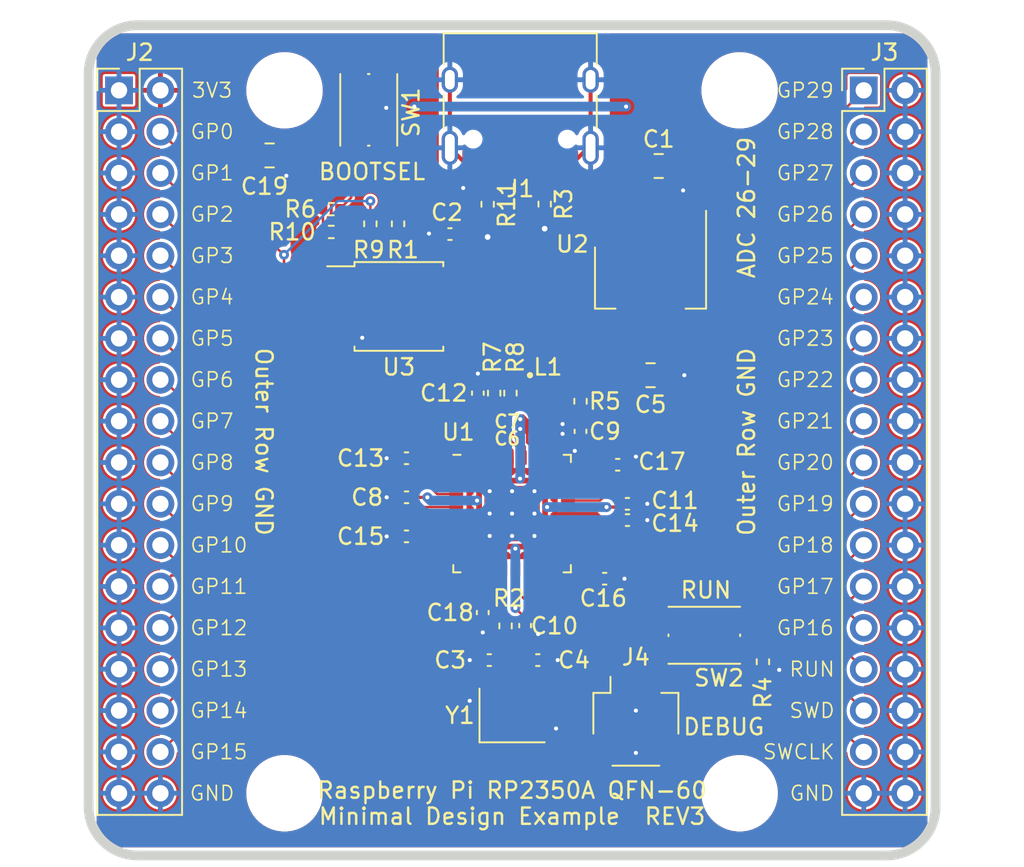
<source format=kicad_pcb>
(kicad_pcb (version 20240108) (generator "pcbnew") (generator_version "8.0")
  (title_block (title "RP2350A QFN-60 Minimal Design Example") (date "2024-07-04") (rev "REV3") (company "Raspberry Pi Ltd"))
  (layers (0 "F.Cu" signal) (31 "B.Cu" signal) (34 "B.Paste" user) (35 "F.Paste" user) (36 "B.SilkS" user "B.Silkscreen") (37 "F.SilkS" user "F.Silkscreen") (38 "B.Mask" user) (39 "F.Mask" user) (44 "Edge.Cuts" user))
  (net 0 "")
  (net 1 "GND")
  (net 2 "VBUS")
  (net 3 "/XIN")
  (net 4 "/XOUT")
  (net 5 "+3V3")
  (net 6 "+1V1")
  (net 7 "/~{USB_BOOT}")
  (net 8 "/GPIO15")
  (net 9 "/GPIO14")
  (net 10 "/GPIO13")
  (net 11 "/GPIO12")
  (net 12 "/GPIO11")
  (net 13 "/GPIO10")
  (net 14 "/GPIO9")
  (net 15 "/GPIO8")
  (net 16 "/GPIO7")
  (net 17 "/GPIO6")
  (net 18 "/GPIO5")
  (net 19 "/GPIO4")
  (net 20 "/GPIO3")
  (net 21 "/GPIO2")
  (net 22 "/GPIO1")
  (net 23 "/GPIO0")
  (net 24 "/GPIO29_ADC3")
  (net 25 "/GPIO28_ADC2")
  (net 26 "/GPIO27_ADC1")
  (net 27 "/GPIO26_ADC0")
  (net 28 "/GPIO25")
  (net 29 "/GPIO24")
  (net 30 "/GPIO23")
  (net 31 "/GPIO22")
  (net 32 "/GPIO21")
  (net 33 "/GPIO20")
  (net 34 "/GPIO19")
  (net 35 "/GPIO18")
  (net 36 "/GPIO17")
  (net 37 "/GPIO16")
  (net 38 "/RUN")
  (net 39 "/SWD")
  (net 40 "/SWCLK")
  (net 41 "/QSPI_SS")
  (net 42 "/QSPI_SD3")
  (net 43 "/QSPI_SCLK")
  (net 44 "/QSPI_SD0")
  (net 45 "/QSPI_SD2")
  (net 46 "/QSPI_SD1")
  (net 47 "/USB_D+")
  (net 48 "/USB_D-")
  (net 49 "Net-(C4-Pad1)")
  (net 50 "/VREG_LX")
  (net 51 "Net-(R4-Pad1)")
  (net 52 "/VREG_AVDD")
  (net 53 "Net-(U1-USB_DP)")
  (net 54 "Net-(U1-USB_DM)")
  (net 55 "/FLASH_SS")
  (net 56 "Net-(J1-CC1)")
  (net 59 "Net-(J1-CC2)")
  (footprint "Capacitor_SMD:C_0805_2012Metric" (layer "F.Cu") (at 108.5 91.5)
    (property "Reference" "C5")
    (property "Value" "10u")
  )
  (footprint "Connector_PinHeader_2.54mm:PinHeader_2x18_P2.54mm_Vertical" (layer "F.Cu") (at 75.87 74)
    (property "Reference" "J2")
    (property "Value" "Conn_02x18_Odd_Even")
  )
  (footprint "Capacitor_SMD:C_0402_1005Metric" (layer "F.Cu") (at 93.515 101.4 180)
    (property "Reference" "C15")
    (property "Value" "100n")
  )
  (footprint "Capacitor_SMD:C_0402_1005Metric" (layer "F.Cu") (at 96.185 82.83 180)
    (property "Reference" "C2")
    (property "Value" "100n")
  )
  (footprint "Resistor_SMD:R_0402_1005Metric" (layer "F.Cu") (at 93 82.2 -90)
    (property "Reference" "R1")
    (property "Value" "DNF")
  )
  (footprint "Connector_PinHeader_2.54mm:PinHeader_2x18_P2.54mm_Vertical" (layer "F.Cu") (at 121.59 74)
    (property "Reference" "J3")
    (property "Value" "Conn_02x18_Odd_Even")
  )
  (footprint "Package_TO_SOT_SMD:SOT-223-3_TabPin2" (layer "F.Cu") (at 108.5 85.5 -90)
    (property "Reference" "U2")
    (property "Value" "NCP1117-3.3_SOT223")
  )
  (footprint "Package_SO:SOIC-8_5.23x5.23mm_P1.27mm" (layer "F.Cu") (at 93.05 87.275)
    (property "Reference" "U3")
    (property "Value" "W25Q128JVS")
  )
  (footprint "Capacitor_SMD:C_0402_1005Metric" (layer "F.Cu") (at 97.9 92.6 90)
    (property "Reference" "C12")
    (property "Value" "100n")
  )
  (footprint "Capacitor_SMD:C_0402_1005Metric" (layer "F.Cu") (at 107.085 100.4)
    (property "Reference" "C14")
    (property "Value" "100n")
  )
  (footprint "Capacitor_SMD:C_0402_1005Metric" (layer "F.Cu") (at 105.685 104)
    (property "Reference" "C16")
    (property "Value" "100n")
  )
  (footprint "Resistor_SMD:R_0402_1005Metric" (layer "F.Cu") (at 98.9 92.6 -90)
    (property "Reference" "R7")
    (property "Value" "27")
  )
  (footprint "Capacitor_SMD:C_0805_2012Metric" (layer "F.Cu") (at 109 78.65)
    (property "Reference" "C1")
    (property "Value" "10u")
  )
  (footprint "Capacitor_SMD:C_0402_1005Metric" (layer "F.Cu") (at 93.515 96.6 180)
    (property "Reference" "C13")
    (property "Value" "100n")
  )
  (footprint "MountingHole:MountingHole_2.7mm_M2.5" (layer "F.Cu") (at 113.97 74)
    (property "Reference" "H2" (hide yes))
    (property "Value" "MountingHole")
  )
  (footprint "Resistor_SMD:R_0402_1005Metric" (layer "F.Cu") (at 99.9 92.6 -90)
    (property "Reference" "R8")
    (property "Value" "27")
  )
  (footprint "MountingHole:MountingHole_2.7mm_M2.5" (layer "F.Cu") (at 113.97 117.18)
    (property "Reference" "H3" (hide yes))
    (property "Value" "MountingHole")
  )
  (footprint "Capacitor_SMD:C_0402_1005Metric" (layer "F.Cu") (at 106.485 97)
    (property "Reference" "C17")
    (property "Value" "100n")
  )
  (footprint "MountingHole:MountingHole_2.7mm_M2.5" (layer "F.Cu") (at 86.03 74)
    (property "Reference" "H1" (hide yes))
    (property "Value" "MountingHole")
  )
  (footprint "MountingHole:MountingHole_2.7mm_M2.5" (layer "F.Cu") (at 86.03 117.18)
    (property "Reference" "H4" (hide yes))
    (property "Value" "MountingHole")
  )
  (footprint "Capacitor_SMD:C_0805_2012Metric" (layer "F.Cu") (at 85.115 78)
    (property "Reference" "C19")
    (property "Value" "10u")
  )
  (footprint "RP2350_60QFN_minimal:C_0402_1005Metric_small_pads" (layer "F.Cu") (at 102 94.45)
    (property "Reference" "C7")
    (property "Value" "4.7u")
  )
  (footprint "RP2350_60QFN_minimal:L_pol_2016" (layer "F.Cu") (at 102 92.8)
    (property "Reference" "L1")
    (property "Value" "3.3u")
  )
  (footprint "Capacitor_SMD:C_0402_1005Metric" (layer "F.Cu") (at 104.2 94.95 -90)
    (property "Reference" "C9")
    (property "Value" "4.7u")
  )
  (footprint "Resistor_SMD:R_0402_1005Metric" (layer "F.Cu") (at 115.4 109.1 -90)
    (property "Reference" "R4")
    (property "Value" "1k")
  )
  (footprint "Resistor_SMD:R_0402_1005Metric" (layer "F.Cu") (at 98.5 81 -90)
    (property "Reference" "R11")
    (property "Value" "5.1K")
  )
  (footprint "Button_Switch_SMD:SW_Push_1P1T_NO_Vertical_Wuerth_434133025816" (layer "F.Cu") (at 91.2 75.2 -90)
    (property "Reference" "SW1")
    (property "Value" "SW_Push")
  )
  (footprint "Connector_JST:JST_SH_SM03B-SRSS-TB_1x03-1MP_P1.00mm_Horizontal" (layer "F.Cu") (at 107.6 112.8)
    (property "Reference" "J4")
    (property "Value" "SM03B-SRSS-TB")
  )
  (footprint "Resistor_SMD:R_0402_1005Metric" (layer "F.Cu") (at 104.2 93.1 -90)
    (property "Reference" "R5")
    (property "Value" "33")
  )
  (footprint "Resistor_SMD:R_0402_1005Metric" (layer "F.Cu") (at 91.3 82.2 -90)
    (property "Reference" "R9")
    (property "Value" "DNF")
  )
  (footprint "Crystal:Crystal_SMD_3225-4Pin_3.2x2.5mm" (layer "F.Cu") (at 100 112.4)
    (property "Reference" "Y1")
    (property "Value" "ABM8-272-T3")
  )
  (footprint "Connector_USB:USB_C_Receptacle_HRO_TYPE-C-31-M-12" (layer "F.Cu") (at 100.5 74.4 180)
    (property "Reference" "J1")
    (property "Value" "USB_C_Receptacle_USB2.0_16P")
  )
  (footprint "Resistor_SMD:R_0402_1005Metric" (layer "F.Cu") (at 99.6 106.9 -90)
    (property "Reference" "R2")
    (property "Value" "1k")
  )
  (footprint "Capacitor_SMD:C_0402_1005Metric" (layer "F.Cu") (at 100.8 106.88 -90)
    (property "Reference" "C10")
    (property "Value" "4.7u")
  )
  (footprint "Resistor_SMD:R_0402_1005Metric" (layer "F.Cu") (at 102 80.99 -90)
    (property "Reference" "R3")
    (property "Value" "5.1K")
  )
  (footprint "Capacitor_SMD:C_0402_1005Metric" (layer "F.Cu") (at 98.6 109 180)
    (property "Reference" "C3")
    (property "Value" "15p")
  )
  (footprint "RP2350_60QFN_minimal:RP2350-QFN-60-1EP_7x7_P0.4mm_EP3.4x3.4mm_ThermalVias" (layer "F.Cu") (at 100 100)
    (property "Reference" "U1")
    (property "Value" "RP2350_60QFN")
  )
  (footprint "Capacitor_SMD:C_0402_1005Metric" (layer "F.Cu") (at 93.52 99 180)
    (property "Reference" "C8")
    (property "Value" "100n")
  )
  (footprint "Resistor_SMD:R_0402_1005Metric" (layer "F.Cu") (at 88.9 82.7)
    (property "Reference" "R10")
    (property "Value" "0")
  )
  (footprint "Resistor_SMD:R_0402_1005Metric" (layer "F.Cu") (at 88.9 81.3)
    (property "Reference" "R6")
    (property "Value" "1k")
  )
  (footprint "Capacitor_SMD:C_0402_1005Metric" (layer "F.Cu") (at 98.2 106.08 -90)
    (property "Reference" "C18")
    (property "Value" "100n")
  )
  (footprint "RP2350_60QFN_minimal:C_0402_1005Metric_small_pads" (layer "F.Cu") (at 102 95.4)
    (property "Reference" "C6")
    (property "Value" "4.7u")
  )
  (footprint "Button_Switch_SMD:SW_Push_1P1T_NO_Vertical_Wuerth_434133025816" (layer "F.Cu") (at 111.8 107.475 180)
    (property "Reference" "SW2")
    (property "Value" "SW_Push")
  )
  (footprint "Capacitor_SMD:C_0402_1005Metric" (layer "F.Cu") (at 107.08 99.4)
    (property "Reference" "C11")
    (property "Value" "100n")
  )
  (footprint "Capacitor_SMD:C_0402_1005Metric" (layer "F.Cu") (at 101.58 109)
    (property "Reference" "C4")
    (property "Value" "15p")
  )
  (gr_line (start 123 121) (end 77 121) (stroke (width 0.6)) (layer "Edge.Cuts"))
  (gr_line (start 126 73) (end 126 118) (stroke (width 0.6)) (layer "Edge.Cuts"))
  (gr_line (start 77 70) (end 123 70) (stroke (width 0.6)) (layer "Edge.Cuts"))
  (gr_line (start 74 118) (end 74 73) (stroke (width 0.6)) (layer "Edge.Cuts"))
  (gr_arc (start 123 70) (mid 125.12132 70.87868) (end 126 73) (stroke (width 0.6)) (layer "Edge.Cuts"))
  (gr_arc (start 74 73) (mid 74.87868 70.87868) (end 77 70) (stroke (width 0.6)) (layer "Edge.Cuts"))
  (gr_arc (start 77 121) (mid 74.87868 120.12132) (end 74 118) (stroke (width 0.6)) (layer "Edge.Cuts"))
  (gr_arc (start 126 118) (mid 125.12132 120.12132) (end 123 121) (stroke (width 0.6)) (layer "Edge.Cuts"))
  (gr_text "GP1" (at 81.585 79.08 0) (layer "F.SilkS") (effects (font (size 0.9 0.9) (thickness 0.1))))
  (gr_text "GP2" (at 81.585 81.62 0) (layer "F.SilkS") (effects (font (size 0.9 0.9) (thickness 0.1))))
  (gr_text "GP3" (at 81.585 84.16 0) (layer "F.SilkS") (effects (font (size 0.9 0.9) (thickness 0.1))))
  (gr_text "GP4" (at 81.585 86.7 0) (layer "F.SilkS") (effects (font (size 0.9 0.9) (thickness 0.1))))
  (gr_text "GP5" (at 81.585 89.24 0) (layer "F.SilkS") (effects (font (size 0.9 0.9) (thickness 0.1))))
  (gr_text "GP6" (at 81.585 91.78 0) (layer "F.SilkS") (effects (font (size 0.9 0.9) (thickness 0.1))))
  (gr_text "GP7" (at 81.585 94.32 0) (layer "F.SilkS") (effects (font (size 0.9 0.9) (thickness 0.1))))
  (gr_text "GP8" (at 81.585 96.86 0) (layer "F.SilkS") (effects (font (size 0.9 0.9) (thickness 0.1))))
  (gr_text "GP9" (at 81.585 99.4 0) (layer "F.SilkS") (effects (font (size 0.9 0.9) (thickness 0.1))))
  (gr_text "GP11" (at 82 104.48 0) (layer "F.SilkS") (effects (font (size 0.9 0.9) (thickness 0.1))))
  (gr_text "GP10" (at 82 101.94 0) (layer "F.SilkS") (effects (font (size 0.9 0.9) (thickness 0.1))))
  (gr_text "GP12" (at 82 107.02 0) (layer "F.SilkS") (effects (font (size 0.9 0.9) (thickness 0.1))))
  (gr_text "GP13" (at 82 109.56 0) (layer "F.SilkS") (effects (font (size 0.9 0.9) (thickness 0.1))))
  (gr_text "GP15" (at 82 114.64 0) (layer "F.SilkS") (effects (font (size 0.9 0.9) (thickness 0.1))))
  (gr_text "GP14" (at 82 112.1 0) (layer "F.SilkS") (effects (font (size 0.9 0.9) (thickness 0.1))))
  (gr_text "GP28" (at 118 76.54 0) (layer "F.SilkS") (effects (font (size 0.9 0.9) (thickness 0.1))))
  (gr_text "GP27" (at 118 79.08 0) (layer "F.SilkS") (effects (font (size 0.9 0.9) (thickness 0.1))))
  (gr_text "GP26" (at 118 81.62 0) (layer "F.SilkS") (effects (font (size 0.9 0.9) (thickness 0.1))))
  (gr_text "GP25" (at 118 84.16 0) (layer "F.SilkS") (effects (font (size 0.9 0.9) (thickness 0.1))))
  (gr_text "GP24" (at 118 86.7 0) (layer "F.SilkS") (effects (font (size 0.9 0.9) (thickness 0.1))))
  (gr_text "GP23" (at 118 89.24 0) (layer "F.SilkS") (effects (font (size 0.9 0.9) (thickness 0.1))))
  (gr_text "GP21" (at 118 94.32 0) (layer "F.SilkS") (effects (font (size 0.9 0.9) (thickness 0.1))))
  (gr_text "GP20" (at 118 96.86 0) (layer "F.SilkS") (effects (font (size 0.9 0.9) (thickness 0.1))))
  (gr_text "GP19" (at 118 99.4 0) (layer "F.SilkS") (effects (font (size 0.9 0.9) (thickness 0.1))))
  (gr_text "GP17" (at 118 104.48 0) (layer "F.SilkS") (effects (font (size 0.9 0.9) (thickness 0.1))))
  (gr_text "GP22" (at 118 91.78 0) (layer "F.SilkS") (effects (font (size 0.9 0.9) (thickness 0.1))))
  (gr_text "GP18" (at 118 101.94 0) (layer "F.SilkS") (effects (font (size 0.9 0.9) (thickness 0.1))))
  (gr_text "SWCLK" (at 117.6 114.64 0) (layer "F.SilkS") (effects (font (size 0.9 0.9) (thickness 0.1))))
  (gr_text "SWD" (at 118.415 112.1 0) (layer "F.SilkS") (effects (font (size 0.9 0.9) (thickness 0.1))))
  (gr_text "GP16" (at 118 107.02 0) (layer "F.SilkS") (effects (font (size 0.9 0.9) (thickness 0.1))))
  (gr_text "RUN" (at 118.415 109.56 0) (layer "F.SilkS") (effects (font (size 0.9 0.9) (thickness 0.1))))
  (gr_text "GND" (at 81.585 117.18 0) (layer "F.SilkS") (effects (font (size 0.9 0.9) (thickness 0.1))))
  (gr_text "GND" (at 118.415 117.18 0) (layer "F.SilkS") (effects (font (size 0.9 0.9) (thickness 0.1))))
  (gr_text "GP29" (at 118 74 0) (layer "F.SilkS") (effects (font (size 0.9 0.9) (thickness 0.1))))
  (gr_text "Outer Row GND" (at 84.76 95.59 270) (layer "F.SilkS") (effects (font (size 1 1))))
  (gr_text "Outer Row GND" (at 114.4 95.59 90) (layer "F.SilkS") (effects (font (size 1 1))))
  (gr_text "Raspberry Pi RP2350A QFN-60" (at 100 117 0) (layer "F.SilkS") (effects (font (size 1 1))))
  (gr_text "BOOTSEL" (at 91.4 79 0) (layer "F.SilkS") (effects (font (size 1 1))))
  (gr_text "Minimal Design Example  REV3" (at 100 118.6 0) (layer "F.SilkS") (effects (font (size 1 1))))
  (gr_text "ADC 26-29" (at 114.4 81.2 90) (layer "F.SilkS") (effects (font (size 1 1))))
  (gr_text "RUN" (at 111.9 104.7 0) (layer "F.SilkS") (effects (font (size 1 1))))
  (gr_text "3V3" (at 81.585 74 0) (layer "F.SilkS") (effects (font (size 0.9 0.9) (thickness 0.1))))
  (gr_text "DEBUG" (at 113 113.1 0) (layer "F.SilkS") (effects (font (size 1 1))))
  (gr_text "GP0" (at 81.585 76.54 0) (layer "F.SilkS") (effects (font (size 0.9 0.9) (thickness 0.1))))
  (segment (start 97.9 91.4) (end 97.9 92.12) (width 0.15) (layer "F.Cu") (net 1))
  (segment (start 110.8 81.85) (end 110.8 80.45) (width 0.2) (layer "F.Cu") (net 1))
  (segment (start 98.12 109) (end 97.4 109) (width 0.2) (layer "F.Cu") (net 1))
  (segment (start 96.18 77.53) (end 96.18 73.35) (width 0.25) (layer "F.Cu") (net 1))
  (segment (start 108.3 99.4) (end 107.56 99.4) (width 0.15) (layer "F.Cu") (net 1))
  (segment (start 102.8 109) (end 102.08 109) (width 0.15) (layer "F.Cu") (net 1))
  (segment (start 104.665 77.53) (end 103.75 78.445) (width 0.25) (layer "F.Cu") (net 1))
  (segment (start 94.9 82.8) (end 95.375 82.8) (width 0.2) (layer "F.Cu") (net 1))
  (segment (start 104.82 73.35) (end 104.82 77.53) (width 0.25) (layer "F.Cu") (net 1))
  (segment (start 107.1 97) (end 106.96 97) (width 0.15) (layer "F.Cu") (net 1))
  (segment (start 107.575 114.675) (end 107.6 114.7) (width 0.15) (layer "F.Cu") (net 1))
  (segment (start 109.525 91.5) (end 110.575 91.5) (width 0.2) (layer "F.Cu") (net 1))
  (segment (start 97.25 79.75) (end 97.25 78.445) (width 0.15) (layer "F.Cu") (net 1))
  (segment (start 107.6 110.8) (end 107.6 112.1) (width 0.15) (layer "F.Cu") (net 1))
  (segment (start 97.095 78.445) (end 96.18 77.53) (width 0.25) (layer "F.Cu") (net 1))
  (segment (start 109.9 114.675) (end 107.625 114.675) (width 0.15) (layer "F.Cu") (net 1))
  (segment (start 108.3 100.4) (end 107.57 100.4) (width 0.15) (layer "F.Cu") (net 1))
  (segment (start 93.04 99) (end 92.3 99) (width 0.2) (layer "F.Cu") (net 1))
  (segment (start 115.4 109.61) (end 116.39 109.61) (width 0.15) (layer "F.Cu") (net 1))
  (segment (start 95.375 82.8) (end 95.405 82.83) (width 0.2) (layer "F.Cu") (net 1))
  (segment (start 104.2 95.43) (end 104.2 95.8) (width 0.4) (layer "F.Cu") (net 1))
  (segment (start 92.275 75.075) (end 92.275 73.125) (width 0.15) (layer "F.Cu") (net 1))
  (segment (start 109.95 79.6) (end 110.5 80.15) (width 0.15) (layer "F.Cu") (net 1))
  (segment (start 92.275 77.275) (end 92.275 73.125) (width 0.15) (layer "F.Cu") (net 1))
  (segment (start 98.2 106.56) (end 98.2 107.3) (width 0.15) (layer "F.Cu") (net 1))
  (segment (start 89.45 89.18) (end 90.78 89.18) (width 0.2) (layer "F.Cu") (net 1))
  (segment (start 107.625 114.675) (end 107.6 114.7) (width 0.15) (layer "F.Cu") (net 1))
  (segment (start 105.3 114.675) (end 107.575 114.675) (width 0.15) (layer "F.Cu") (net 1))
  (segment (start 100.8 107.36) (end 101.56 107.36) (width 0.15) (layer "F.Cu") (net 1))
  (segment (start 98.5 83.01) (end 98.5 81.51) (width 0.15) (layer "F.Cu") (net 1))
  (segment (start 97 80) (end 97.25 79.75) (width 0.15) (layer "F.Cu") (net 1))
  (segment (start 97.25 78.445) (end 97.095 78.445) (width 0.15) (layer "F.Cu") (net 1))
  (segment (start 107.6 96.5) (end 107.1 97) (width 0.15) (layer "F.Cu") (net 1))
  (segment (start 101.56 107.36) (end 101.6 107.4) (width 0.15) (layer "F.Cu") (net 1))
  (segment (start 102 82.5) (end 102 81.5) (width 0.15) (layer "F.Cu") (net 1))
  (segment (start 104.2 95.8) (end 103.85 96.15) (width 0.4) (layer "F.Cu") (net 1))
  (segment (start 110.8 80.45) (end 110.5 80.15) (width 0.2) (layer "F.Cu") (net 1))
  (segment (start 95.405 82.83) (end 95.7 82.83) (width 0.2) (layer "F.Cu") (net 1))
  (segment (start 93.03 96.6) (end 92.3 96.6) (width 0.2) (layer "F.Cu") (net 1))
  (segment (start 96.18 73.35) (end 104.82 73.35) (width 0.25) (layer "F.Cu") (net 1))
  (segment (start 93.03 101.4) (end 92.3 101.4) (width 0.2) (layer "F.Cu") (net 1))
  (segment (start 106.9 104) (end 106.17 104) (width 0.15) (layer "F.Cu") (net 1))
  (segment (start 90.78 89.18) (end 90.8 89.2) (width 0.2) (layer "F.Cu") (net 1))
  (segment (start 104.82 77.53) (end 104.665 77.53) (width 0.15) (layer "F.Cu") (net 1))
  (segment (start 86.14 78) (end 86.14 79.25) (width 0.15) (layer "F.Cu") (net 1))
  (segment (start 109.95 78.65) (end 109.95 79.6) (width 0.15) (layer "F.Cu") (net 1))
  (segment (start 116.39 109.61) (end 116.4 109.6) (width 0.15) (layer "F.Cu") (net 1))
  (via (at 97.4 111.5) (size 0.6) (drill 0.25) (layers "F.Cu" "B.Cu") (net 1))
  (via (at 103.1 95.1) (size 0.6) (drill 0.25) (layers "F.Cu" "B.Cu") (net 1))
  (via (at 107.6 112.1) (size 0.6) (drill 0.25) (layers "F.Cu" "B.Cu") (net 1))
  (via (at 94.9 82.8) (size 0.6) (drill 0.25) (layers "F.Cu" "B.Cu") (net 1))
  (via (at 97.9 91.4) (size 0.6) (drill 0.25) (layers "F.Cu" "B.Cu") (net 1))
  (via (at 98.2 107.3) (size 0.6) (drill 0.25) (layers "F.Cu" "B.Cu") (net 1))
  (via (at 110.5 80.15) (size 0.6) (drill 0.25) (layers "F.Cu" "B.Cu") (net 1))
  (via (at 116.4 109.6) (size 0.6) (drill 0.25) (layers "F.Cu" "B.Cu") (net 1))
  (via (at 107.6 114.7) (size 0.6) (drill 0.25) (layers "F.Cu" "B.Cu") (net 1))
  (via (at 101.6 107.4) (size 0.6) (drill 0.25) (layers "F.Cu" "B.Cu") (net 1))
  (via (at 86.14 79.25) (size 0.6) (drill 0.25) (layers "F.Cu" "B.Cu") (net 1))
  (via (at 90.8 89.2) (size 0.6) (drill 0.25) (layers "F.Cu" "B.Cu") (net 1))
  (via (at 92.3 99) (size 0.6) (drill 0.25) (layers "F.Cu" "B.Cu") (net 1))
  (via (at 110.575 91.5) (size 0.6) (drill 0.25) (layers "F.Cu" "B.Cu") (net 1))
  (via (at 102.8 109) (size 0.6) (drill 0.25) (layers "F.Cu" "B.Cu") (net 1))
  (via (at 103.85 96.15) (size 0.6) (drill 0.25) (layers "F.Cu" "B.Cu") (net 1))
  (via (at 106.9 104) (size 0.6) (drill 0.25) (layers "F.Cu" "B.Cu") (net 1))
  (via (at 102 82.5) (size 0.6) (drill 0.35) (layers "F.Cu" "B.Cu") (net 1))
  (via (at 108.3 100.4) (size 0.6) (drill 0.25) (layers "F.Cu" "B.Cu") (net 1))
  (via (at 97 80) (size 0.6) (drill 0.25) (layers "F.Cu" "B.Cu") (net 1))
  (via (at 107.6 96.5) (size 0.6) (drill 0.25) (layers "F.Cu" "B.Cu") (net 1))
  (via (at 102.7 113.2) (size 0.6) (drill 0.25) (layers "F.Cu" "B.Cu") (net 1))
  (via (at 108.3 99.4) (size 0.6) (drill 0.25) (layers "F.Cu" "B.Cu") (net 1))
  (via (at 92.3 96.6) (size 0.6) (drill 0.25) (layers "F.Cu" "B.Cu") (net 1))
  (via (at 103.1 94.5) (size 0.6) (drill 0.25) (layers "F.Cu" "B.Cu") (net 1))
  (via (at 97.4 109) (size 0.6) (drill 0.25) (layers "F.Cu" "B.Cu") (net 1))
  (via (at 92.3 101.4) (size 0.6) (drill 0.25) (layers "F.Cu" "B.Cu") (net 1))
  (via (at 92.275 75.075) (size 0.6) (drill 0.25) (layers "F.Cu" "B.Cu") (net 1))
  (via (at 98.5 83.01) (size 0.6) (drill 0.35) (layers "F.Cu" "B.Cu") (net 1))
  (segment (start 102.95 79.95) (end 103.5 80.5) (width 0.3) (layer "F.Cu") (net 2))
  (segment (start 102.95 77.67) (end 102.95 78.445) (width 0.3) (layer "F.Cu") (net 2))
  (segment (start 99.72 76) (end 101.28 76) (width 0.3) (layer "F.Cu") (net 2))
  (segment (start 102.95 78.445) (end 102.95 79.95) (width 0.3) (layer "F.Cu") (net 2))
  (segment (start 101.28 76) (end 102.95 77.67) (width 0.3) (layer "F.Cu") (net 2))
  (segment (start 98.05 78.445) (end 98.05 77.67) (width 0.3) (layer "F.Cu") (net 2))
  (segment (start 98.05 77.67) (end 99.72 76) (width 0.3) (layer "F.Cu") (net 2))
  (segment (start 99.2 105.4) (end 99 105.6) (width 0.15) (layer "F.Cu") (net 3))
  (segment (start 99.9 109.82) (end 99.9 112.3) (width 0.15) (layer "F.Cu") (net 3))
  (segment (start 98.95 113.25) (end 98.7 113.25) (width 0.15) (layer "F.Cu") (net 3))
  (segment (start 99.2 103.4375) (end 99.2 105.4) (width 0.15) (layer "F.Cu") (net 3))
  (segment (start 99 105.6) (end 99 108.92) (width 0.15) (layer "F.Cu") (net 3))
  (segment (start 99 108.92) (end 99.9 109.82) (width 0.15) (layer "F.Cu") (net 3))
  (segment (start 99.9 112.3) (end 98.95 113.25) (width 0.15) (layer "F.Cu") (net 3))
  (segment (start 99.6 103.4375) (end 99.6 106.4) (width 0.15) (layer "F.Cu") (net 4))
  (segment (start 98.2 105.6) (end 97.5 106.3) (width 0.2) (layer "F.Cu") (net 5))
  (segment (start 98.2 105.2) (end 98.2 105.6) (width 0.2) (layer "F.Cu") (net 5))
  (segment (start 106.005 97) (end 106.005 96.605) (width 0.15) (layer "F.Cu") (net 5))
  (segment (start 102.8 103.4375) (end 102.8 103.003554) (width 0.2) (layer "F.Cu") (net 5))
  (segment (start 105.2 104) (end 104.2 104) (width 0.2) (layer "F.Cu") (net 5))
  (segment (start 102.75 102.953554) (end 102.75 102.925736) (width 0.2) (layer "F.Cu") (net 5))
  (segment (start 96.65 85.37) (end 96.65 82.85) (width 0.2) (layer "F.Cu") (net 5))
  (segment (start 103.4375 100) (end 105.2 100) (width 0.2) (layer "F.Cu") (net 5))
  (segment (start 100 96.5625) (end 100 96.1) (width 0.15) (layer "F.Cu") (net 5))
  (segment (start 102.8 103.003554) (end 102.75 102.953554) (width 0.2) (layer "F.Cu") (net 5))
  (segment (start 103.4375 97.6) (end 104.6 97.6) (width 0.15) (layer "F.Cu") (net 5))
  (segment (start 97.9 94) (end 97.9 93.08) (width 0.15) (layer "F.Cu") (net 5))
  (segment (start 97.4 101.2) (end 94.2 101.2) (width 0.2) (layer "F.Cu") (net 5))
  (segment (start 99.6 96.5625) (end 99.6 95.7) (width 0.15) (layer "F.Cu") (net 5))
  (segment (start 96.65 82.85) (end 96.67 82.83) (width 0.2) (layer "F.Cu") (net 5))
  (segment (start 98.8 104.6) (end 98.2 105.2) (width 0.2) (layer "F.Cu") (net 5))
  (segment (start 104.2 104) (end 103.6375 103.4375) (width 0.2) (layer "F.Cu") (net 5))
  (segment (start 104.6 97.6) (end 105.2 97) (width 0.15) (layer "F.Cu") (net 5))
  (segment (start 94.2 101.2) (end 94 101.4) (width 0.2) (layer "F.Cu") (net 5))
  (segment (start 106.005 96.605) (end 106 96.6) (width 0.15) (layer "F.Cu") (net 5))
  (segment (start 100 97.3) (end 100 96.5625) (width 0.2) (layer "F.Cu") (net 5))
  (segment (start 99.6 96.5625) (end 99.6 97.3) (width 0.2) (layer "F.Cu") (net 5))
  (segment (start 103.4375 100) (end 102.6 100) (width 0.2) (layer "F.Cu") (net 5))
  (segment (start 102.75 102.925736) (end 102.424264 102.6) (width 0.2) (layer "F.Cu") (net 5))
  (segment (start 99.6 97.3) (end 100 97.3) (width 0.2) (layer "F.Cu") (net 5))
  (segment (start 99.6 95.7) (end 97.9 94) (width 0.15) (layer "F.Cu") (net 5))
  (segment (start 98.8 103.4375) (end 98.8 104.6) (width 0.2) (layer "F.Cu") (net 5))
  (segment (start 105.6 100.4) (end 106.6 100.4) (width 0.2) (layer "F.Cu") (net 5))
  (segment (start 105.2 97) (end 106 97) (width 0.15) (layer "F.Cu") (net 5))
  (segment (start 103.6375 103.4375) (end 102.8 103.4375) (width 0.2) (layer "F.Cu") (net 5))
  (segment (start 105.2 100) (end 105.6 100.4) (width 0.2) (layer "F.Cu") (net 5))
  (segment (start 100 96.1) (end 99.6 95.7) (width 0.15) (layer "F.Cu") (net 5))
  (segment (start 98.8 103.4375) (end 98.8 102.6) (width 0.2) (layer "F.Cu") (net 5))
  (via (at 94 75) (size 0.6) (drill 0.25) (layers "F.Cu" "B.Cu") (net 5))
  (via (at 107 75) (size 0.6) (drill 0.25) (layers "F.Cu" "B.Cu") (net 5))
  (segment (start 94 75) (end 107 75) (width 0.6) (layer "B.Cu") (net 5))
  (segment (start 100 103.4375) (end 100 105.1) (width 0.2) (layer "F.Cu") (net 6))
  (segment (start 101.175 95.875) (end 100.925 95.625) (width 0.15) (layer "F.Cu") (net 6))
  (segment (start 100.925 95.625) (end 100.925 94.875) (width 0.15) (layer "F.Cu") (net 6))
  (segment (start 105.8 99.6) (end 103.4375 99.6) (width 0.2) (layer "F.Cu") (net 6))
  (segment (start 105.8 99.6) (end 106.4 99.6) (width 0.2) (layer "F.Cu") (net 6))
  (segment (start 100.2 105.8) (end 100.8 106.4) (width 0.15) (layer "F.Cu") (net 6))
  (segment (start 100.2 105.3) (end 100.2 105.8) (width 0.2) (layer "F.Cu") (net 6))
  (segment (start 101.175 96.5375) (end 101.175 95.875) (width 0.15) (layer "F.Cu") (net 6))
  (segment (start 95 99.2) (end 94.8 99) (width 0.2) (layer "F.Cu") (net 6))
  (segment (start 106.4 99.6) (end 106.6 99.4) (width 0.2) (layer "F.Cu") (net 6))
  (segment (start 96.5625 99.2) (end 95 99.2) (width 0.2) (layer "F.Cu") (net 6))
  (segment (start 94 99) (end 94.8 99) (width 0.2) (layer "F.Cu") (net 6))
  (segment (start 101.2 96.5625) (end 101.175 96.5375) (width 0.15) (layer "F.Cu") (net 6))
  (segment (start 100 105.1) (end 100.2 105.3) (width 0.2) (layer "F.Cu") (net 6))
  (via (at 100.48777 97.8505) (size 0.6) (drill 0.25) (layers "F.Cu" "B.Cu") (net 6))
  (via (at 105.8 99.6) (size 0.6) (drill 0.25) (layers "F.Cu" "B.Cu") (net 6))
  (via (at 94.8 99) (size 0.6) (drill 0.25) (layers "F.Cu" "B.Cu") (net 6))
  (via (at 100.5 94.2) (size 0.6) (drill 0.25) (layers "F.Cu" "B.Cu") (net 6))
  (via (at 100.2 102.1495) (size 0.6) (drill 0.25) (layers "F.Cu" "B.Cu") (net 6))
  (via (at 97.8505 99.2) (size 0.6) (drill 0.25) (layers "F.Cu" "B.Cu") (net 6))
  (via (at 100.2 105.8) (size 0.6) (drill 0.25) (layers "F.Cu" "B.Cu") (net 6))
  (via (at 100.5 94.8) (size 0.6) (drill 0.25) (layers "F.Cu" "B.Cu") (net 6))
  (via (at 102.1495 99.6) (size 0.6) (drill 0.25) (layers "F.Cu" "B.Cu") (net 6))
  (segment (start 100.5 97.83827) (end 100.5 94.2) (width 0.6) (layer "B.Cu") (net 6))
  (segment (start 95 99.2) (end 94.8 99) (width 0.6) (layer "B.Cu") (net 6))
  (segment (start 100.2 102.1495) (end 100.2 105.8) (width 0.6) (layer "B.Cu") (net 6))
  (segment (start 100.48777 97.8505) (end 100.5 97.83827) (width 0.6) (layer "B.Cu") (net 6))
  (segment (start 97.8505 99.2) (end 95 99.2) (width 0.6) (layer "B.Cu") (net 6))
  (segment (start 105.8 99.6) (end 102.1495 99.6) (width 0.6) (layer "B.Cu") (net 6))
  (segment (start 90.125 77.25) (end 90.125 73.125) (width 0.15) (layer "F.Cu") (net 7))
  (segment (start 89.41 81.3) (end 90.125 80.585) (width 0.15) (layer "F.Cu") (net 7))
  (segment (start 90.125 80.585) (end 90.125 77.25) (width 0.15) (layer "F.Cu") (net 7))
  (segment (start 96.6 106.2) (end 86.85 106.2) (width 0.15) (layer "F.Cu") (net 8))
  (segment (start 86.85 106.2) (end 78.41 114.64) (width 0.15) (layer "F.Cu") (net 8))
  (segment (start 98.4 104.4) (end 96.6 106.2) (width 0.15) (layer "F.Cu") (net 8))
  (segment (start 98.4 103.4375) (end 98.4 104.4) (width 0.15) (layer "F.Cu") (net 8))
  (segment (start 84.91 105.6) (end 78.41 112.1) (width 0.15) (layer "F.Cu") (net 9))
  (segment (start 96.6 105.6) (end 84.91 105.6) (width 0.15) (layer "F.Cu") (net 9))
  (segment (start 98 103.4375) (end 98 104.2) (width 0.15) (layer "F.Cu") (net 9))
  (segment (start 98 104.2) (end 96.6 105.6) (width 0.15) (layer "F.Cu") (net 9))
  (segment (start 97.6 104.031954) (end 96.631954 105) (width 0.15) (layer "F.Cu") (net 10))
  (segment (start 82.97 105) (end 78.41 109.56) (width 0.15) (layer "F.Cu") (net 10))
  (segment (start 96.631954 105) (end 82.97 105) (width 0.15) (layer "F.Cu") (net 10))
  (segment (start 97.6 103.4375) (end 97.6 104.031954) (width 0.15) (layer "F.Cu") (net 10))
  (segment (start 97.2 103.8) (end 96.6 104.4) (width 0.15) (layer "F.Cu") (net 11))
  (segment (start 96.6 104.4) (end 81.03 104.4) (width 0.15) (layer "F.Cu") (net 11))
  (segment (start 97.2 103.4375) (end 97.2 103.8) (width 0.15) (layer "F.Cu") (net 11))
  (segment (start 81.03 104.4) (end 78.41 107.02) (width 0.15) (layer "F.Cu") (net 11))
  (segment (start 96.5625 102.8) (end 96 102.8) (width 0.15) (layer "F.Cu") (net 12))
  (segment (start 95 103.8) (end 79.09 103.8) (width 0.15) (layer "F.Cu") (net 12))
  (segment (start 96 102.8) (end 95 103.8) (width 0.15) (layer "F.Cu") (net 12))
  (segment (start 79.09 103.8) (end 78.41 104.48) (width 0.15) (layer "F.Cu") (net 12))
  (segment (start 95.6 102.4) (end 94.8 103.2) (width 0.15) (layer "F.Cu") (net 13))
  (segment (start 79.67 103.2) (end 78.41 101.94) (width 0.15) (layer "F.Cu") (net 13))
  (segment (start 96.5625 102.4) (end 95.6 102.4) (width 0.15) (layer "F.Cu") (net 13))
  (segment (start 94.8 103.2) (end 79.67 103.2) (width 0.15) (layer "F.Cu") (net 13))
  (segment (start 95.2 102) (end 94.6 102.6) (width 0.15) (layer "F.Cu") (net 14))
  (segment (start 81.61 102.6) (end 78.41 99.4) (width 0.15) (layer "F.Cu") (net 14))
  (segment (start 96.5625 102) (end 95.2 102) (width 0.15) (layer "F.Cu") (net 14))
  (segment (start 94.6 102.6) (end 81.61 102.6) (width 0.15) (layer "F.Cu") (net 14))
  (segment (start 83.55 102) (end 78.41 96.86) (width 0.15) (layer "F.Cu") (net 15))
  (segment (start 94.4 102) (end 83.55 102) (width 0.15) (layer "F.Cu") (net 15))
  (segment (start 96.5625 101.6) (end 94.8 101.6) (width 0.15) (layer "F.Cu") (net 15))
  (segment (start 94.8 101.6) (end 94.4 102) (width 0.15) (layer "F.Cu") (net 15))
  (segment (start 84.89 100.8) (end 78.41 94.32) (width 0.15) (layer "F.Cu") (net 16))
  (segment (start 96.5625 100.8) (end 84.89 100.8) (width 0.15) (layer "F.Cu") (net 16))
  (segment (start 96.5625 100.4) (end 87.215 100.4) (width 0.15) (layer "F.Cu") (net 17))
  (segment (start 87.215 100.4) (end 78.595 91.78) (width 0.15) (layer "F.Cu") (net 17))
  (segment (start 78.595 91.78) (end 78.41 91.78) (width 0.15) (layer "F.Cu") (net 17))
  (segment (start 88 100) (end 81 93) (width 0.15) (layer "F.Cu") (net 18))
  (segment (start 81 93) (end 81 91.83) (width 0.15) (layer "F.Cu") (net 18))
  (segment (start 96.5625 100) (end 88 100) (width 0.15) (layer "F.Cu") (net 18))
  (segment (start 81 91.83) (end 78.41 89.24) (width 0.15) (layer "F.Cu") (net 18))
  (segment (start 82 90.29) (end 78.41 86.7) (width 0.15) (layer "F.Cu") (net 19))
  (segment (start 96.5625 99.6) (end 88.8 99.6) (width 0.15) (layer "F.Cu") (net 19))
  (segment (start 88.8 99.6) (end 82 92.8) (width 0.15) (layer "F.Cu") (net 19))
  (segment (start 82 92.8) (end 82 90.29) (width 0.15) (layer "F.Cu") (net 19))
  (segment (start 88.8 98.4) (end 83 92.6) (width 0.15) (layer "F.Cu") (net 20))
  (segment (start 83 92.6) (end 83 88.7325) (width 0.15) (layer "F.Cu") (net 20))
  (segment (start 96.5625 98.8) (end 95.4 98.8) (width 0.15) (layer "F.Cu") (net 20))
  (segment (start 95.4 98.8) (end 95 98.4) (width 0.15) (layer "F.Cu") (net 20))
  (segment (start 83 88.7325) (end 78.4275 84.16) (width 0.15) (layer "F.Cu") (net 20))
  (segment (start 78.4275 84.16) (end 78.41 84.16) (width 0.15) (layer "F.Cu") (net 20))
  (segment (start 95 98.4) (end 88.8 98.4) (width 0.15) (layer "F.Cu") (net 20))
  (segment (start 96.5625 98.4) (end 95.621891 98.4) (width 0.15) (layer "F.Cu") (net 21))
  (segment (start 84 87.1925) (end 78.4275 81.62) (width 0.15) (layer "F.Cu") (net 21))
  (segment (start 89.6 98) (end 84 92.4) (width 0.15) (layer "F.Cu") (net 21))
  (segment (start 84 92.4) (end 84 87.1925) (width 0.15) (layer "F.Cu") (net 21))
  (segment (start 95.621891 98.4) (end 95.221891 98) (width 0.15) (layer "F.Cu") (net 21))
  (segment (start 95.221891 98) (end 89.6 98) (width 0.15) (layer "F.Cu") (net 21))
  (segment (start 78.4275 81.62) (end 78.41 81.62) (width 0.15) (layer "F.Cu") (net 21))
  (segment (start 85 92.2) (end 85 85.6525) (width 0.15) (layer "F.Cu") (net 22))
  (segment (start 78.4275 79.08) (end 78.41 79.08) (width 0.15) (layer "F.Cu") (net 22))
  (segment (start 90.4 97.6) (end 85 92.2) (width 0.15) (layer "F.Cu") (net 22))
  (segment (start 95.4 97.6) (end 90.4 97.6) (width 0.15) (layer "F.Cu") (net 22))
  (segment (start 95.8 98) (end 95.4 97.6) (width 0.15) (layer "F.Cu") (net 22))
  (segment (start 85 85.6525) (end 78.4275 79.08) (width 0.15) (layer "F.Cu") (net 22))
  (segment (start 96.5625 98) (end 95.8 98) (width 0.15) (layer "F.Cu") (net 22))
  (segment (start 96.5625 97.6) (end 96 97.6) (width 0.15) (layer "F.Cu") (net 23))
  (segment (start 91.3 81.69) (end 91.3 80.8) (width 0.15) (layer "F.Cu") (net 23))
  (segment (start 95.6 97.2) (end 91.2 97.2) (width 0.15) (layer "F.Cu") (net 23))
  (segment (start 91.2 97.2) (end 86 92) (width 0.15) (layer "F.Cu") (net 23))
  (segment (start 86 84.13) (end 78.41 76.54) (width 0.15) (layer "F.Cu") (net 23))
  (segment (start 86 92) (end 86 84.13) (width 0.15) (layer "F.Cu") (net 23))
  (segment (start 96 97.6) (end 95.6 97.2) (width 0.15) (layer "F.Cu") (net 23))
  (via (at 91.3 80.8) (size 0.6) (drill 0.25) (layers "F.Cu" "B.Cu") (net 23))
  (via (at 86 84.1) (size 0.6) (drill 0.25) (layers "F.Cu" "B.Cu") (net 23))
  (segment (start 89.3 80.8) (end 91.3 80.8) (width 0.15) (layer "B.Cu") (net 23))
  (segment (start 86 84.1) (end 89.3 80.8) (width 0.15) (layer "B.Cu") (net 23))
  (segment (start 113 92.0225) (end 113 82.58125) (width 0.15) (layer "F.Cu") (net 24))
  (segment (start 107.4225 97.6) (end 113 92.0225) (width 0.15) (layer "F.Cu") (net 24))
  (segment (start 103.4375 98) (end 104.8 98) (width 0.15) (layer "F.Cu") (net 24))
  (segment (start 105.2 97.6) (end 107.4225 97.6) (width 0.15) (layer "F.Cu") (net 24))
  (segment (start 121.58125 74) (end 121.59 74) (width 0.15) (layer "F.Cu") (net 24))
  (segment (start 113 82.58125) (end 121.58125 74) (width 0.15) (layer "F.Cu") (net 24))
  (segment (start 104.8 98) (end 105.2 97.6) (width 0.15) (layer "F.Cu") (net 24))
  (segment (start 114 92.2) (end 114 84.13) (width 0.15) (layer "F.Cu") (net 25))
  (segment (start 103.4375 98.4) (end 105 98.4) (width 0.15) (layer "F.Cu") (net 25))
  (segment (start 114 84.13) (end 121.59 76.54) (width 0.15) (layer "F.Cu") (net 25))
  (segment (start 108.2 98) (end 114 92.2) (width 0.15) (layer "F.Cu") (net 25))
  (segment (start 105 98.4) (end 105.4 98) (width 0.15) (layer "F.Cu") (net 25))
  (segment (start 105.4 98) (end 108.2 98) (width 0.15) (layer "F.Cu") (net 25))
  (segment (start 105.2 98.8) (end 105.6 98.4) (width 0.15) (layer "F.Cu") (net 26))
  (segment (start 108.9925 98.4) (end 115 92.3925) (width 0.15) (layer "F.Cu") (net 26))
  (segment (start 105.6 98.4) (end 108.9925 98.4) (width 0.15) (layer "F.Cu") (net 26))
  (segment (start 115 85.67) (end 121.59 79.08) (width 0.15) (layer "F.Cu") (net 26))
  (segment (start 103.4375 98.8) (end 105.2 98.8) (width 0.15) (layer "F.Cu") (net 26))
  (segment (start 115 92.3925) (end 115 85.67) (width 0.15) (layer "F.Cu") (net 26))
  (segment (start 103.4375 99.2) (end 105.4 99.2) (width 0.15) (layer "F.Cu") (net 27))
  (segment (start 105.4 99.2) (end 105.8 98.8) (width 0.15) (layer "F.Cu") (net 27))
  (segment (start 109.8 98.8) (end 116 92.6) (width 0.15) (layer "F.Cu") (net 27))
  (segment (start 116 87.21) (end 121.59 81.62) (width 0.15) (layer "F.Cu") (net 27))
  (segment (start 105.8 98.8) (end 109.8 98.8) (width 0.15) (layer "F.Cu") (net 27))
  (segment (start 116 92.6) (end 116 87.21) (width 0.15) (layer "F.Cu") (net 27))
  (segment (start 108.8 101) (end 117 92.8) (width 0.15) (layer "F.Cu") (net 28))
  (segment (start 105.6 101) (end 108.8 101) (width 0.15) (layer "F.Cu") (net 28))
  (segment (start 117 92.8) (end 117 88.75) (width 0.15) (layer "F.Cu") (net 28))
  (segment (start 105 100.4) (end 105.6 101) (width 0.15) (layer "F.Cu") (net 28))
  (segment (start 103.4375 100.4) (end 105 100.4) (width 0.15) (layer "F.Cu") (net 28))
  (segment (start 117 88.75) (end 121.59 84.16) (width 0.15) (layer "F.Cu") (net 28))
  (segment (start 109.5975 101.4) (end 118 92.9975) (width 0.15) (layer "F.Cu") (net 29))
  (segment (start 104.8 100.8) (end 105.4 101.4) (width 0.15) (layer "F.Cu") (net 29))
  (segment (start 118 92.9975) (end 118 90.29) (width 0.15) (layer "F.Cu") (net 29))
  (segment (start 118 90.29) (end 121.59 86.7) (width 0.15) (layer "F.Cu") (net 29))
  (segment (start 105.4 101.4) (end 109.5975 101.4) (width 0.15) (layer "F.Cu") (net 29))
  (segment (start 103.4375 100.8) (end 104.8 100.8) (width 0.15) (layer "F.Cu") (net 29))
  (segment (start 105.2 101.8) (end 104.6 101.2) (width 0.15) (layer "F.Cu") (net 30))
  (segment (start 119 93.195781) (end 110.395781 101.8) (width 0.15) (layer "F.Cu") (net 30))
  (segment (start 119 91.83) (end 119 93.195781) (width 0.15) (layer "F.Cu") (net 30))
  (segment (start 104.6 101.2) (end 103.4375 101.2) (width 0.15) (layer "F.Cu") (net 30))
  (segment (start 121.59 89.24) (end 119 91.83) (width 0.15) (layer "F.Cu") (net 30))
  (segment (start 110.395781 101.8) (end 105.2 101.8) (width 0.15) (layer "F.Cu") (net 30))
  (segment (start 104.4 101.6) (end 105 102.2) (width 0.15) (layer "F.Cu") (net 31))
  (segment (start 103.4375 101.6) (end 104.4 101.6) (width 0.15) (layer "F.Cu") (net 31))
  (segment (start 111.185 102.2) (end 121.59 91.795) (width 0.15) (layer "F.Cu") (net 31))
  (segment (start 121.59 91.795) (end 121.59 91.78) (width 0.15) (layer "F.Cu") (net 31))
  (segment (start 105 102.2) (end 111.185 102.2) (width 0.15) (layer "F.Cu") (net 31))
  (segment (start 103.4375 102) (end 104.2 102) (width 0.15) (layer "F.Cu") (net 32))
  (segment (start 113.31 102.6) (end 121.59 94.32) (width 0.15) (layer "F.Cu") (net 32))
  (segment (start 104.8 102.6) (end 113.31 102.6) (width 0.15) (layer "F.Cu") (net 32))
  (segment (start 104.2 102) (end 104.8 102.6) (width 0.15) (layer "F.Cu") (net 32))
  (segment (start 103.95 102.4) (end 104.55 103) (width 0.15) (layer "F.Cu") (net 33))
  (segment (start 104.55 103) (end 115.45 103) (width 0.15) (layer "F.Cu") (net 33))
  (segment (start 103.4375 102.4) (end 103.95 102.4) (width 0.15) (layer "F.Cu") (net 33))
  (segment (start 115.45 103) (end 121.59 96.86) (width 0.15) (layer "F.Cu") (net 33))
  (segment (start 104.4 103.4) (end 117.59 103.4) (width 0.15) (layer "F.Cu") (net 34))
  (segment (start 103.8 102.8) (end 104.4 103.4) (width 0.15) (layer "F.Cu") (net 34))
  (segment (start 103.4375 102.8) (end 103.8 102.8) (width 0.15) (layer "F.Cu") (net 34))
  (segment (start 117.59 103.4) (end 121.59 99.4) (width 0.15) (layer "F.Cu") (net 34))
  (segment (start 102.4 103.9) (end 102.4 103.4375) (width 0.15) (layer "F.Cu") (net 35))
  (segment (start 103.1 104.6) (end 102.4 103.9) (width 0.15) (layer "F.Cu") (net 35))
  (segment (start 121.59 101.94) (end 118.93 104.6) (width 0.15) (layer "F.Cu") (net 35))
  (segment (start 118.93 104.6) (end 103.1 104.6) (width 0.15) (layer "F.Cu") (net 35))
  (segment (start 102 104.1) (end 103.1 105.2) (width 0.15) (layer "F.Cu") (net 36))
  (segment (start 120.87 105.2) (end 121.59 104.48) (width 0.15) (layer "F.Cu") (net 36))
  (segment (start 102 103.4375) (end 102 104.1) (width 0.15) (layer "F.Cu") (net 36))
  (segment (start 103.1 105.2) (end 120.87 105.2) (width 0.15) (layer "F.Cu") (net 36))
  (segment (start 120.37 105.8) (end 103.1 105.8) (width 0.15) (layer "F.Cu") (net 37))
  (segment (start 101.6 104.3) (end 101.6 103.4375) (width 0.15) (layer "F.Cu") (net 37))
  (segment (start 121.59 107.02) (end 120.37 105.8) (width 0.15) (layer "F.Cu") (net 37))
  (segment (start 103.1 105.8) (end 101.6 104.3) (width 0.15) (layer "F.Cu") (net 37))
  (segment (start 103.1 106.4) (end 101.2 104.5) (width 0.15) (layer "F.Cu") (net 38))
  (segment (start 101.2 104.5) (end 101.2 103.4375) (width 0.15) (layer "F.Cu") (net 38))
  (segment (start 118.43 106.4) (end 103.1 106.4) (width 0.15) (layer "F.Cu") (net 38))
  (segment (start 121.59 109.56) (end 118.43 106.4) (width 0.15) (layer "F.Cu") (net 38))
  (segment (start 120.29 110.8) (end 121.59 112.1) (width 0.15) (layer "F.Cu") (net 39))
  (segment (start 105.202665 107) (end 103.1 107) (width 0.15) (layer "F.Cu") (net 39))
  (segment (start 100.8 104.7) (end 100.8 103.4375) (width 0.15) (layer "F.Cu") (net 39))
  (segment (start 108.6 110.397335) (end 105.202665 107) (width 0.15) (layer "F.Cu") (net 39))
  (segment (start 103.1 107) (end 100.8 104.7) (width 0.15) (layer "F.Cu") (net 39))
  (segment (start 108.6 110.8) (end 108.6 110.397335) (width 0.15) (layer "F.Cu") (net 39))
  (segment (start 108.6 110.8) (end 120.29 110.8) (width 0.15) (layer "F.Cu") (net 39))
  (segment (start 107.3 112.9) (end 119.85 112.9) (width 0.15) (layer "F.Cu") (net 40))
  (segment (start 106.6 110.8) (end 106.6 110.3) (width 0.15) (layer "F.Cu") (net 40))
  (segment (start 106.6 110.8) (end 106.6 112.2) (width 0.15) (layer "F.Cu") (net 40))
  (segment (start 103.9 107.6) (end 103.1 107.6) (width 0.15) (layer "F.Cu") (net 40))
  (segment (start 106.6 110.3) (end 103.9 107.6) (width 0.15) (layer "F.Cu") (net 40))
  (segment (start 100.4 104.9) (end 100.4 103.4375) (width 0.15) (layer "F.Cu") (net 40))
  (segment (start 119.85 112.9) (end 121.59 114.64) (width 0.15) (layer "F.Cu") (net 40))
  (segment (start 106.6 112.2) (end 107.3 112.9) (width 0.15) (layer "F.Cu") (net 40))
  (segment (start 103.1 107.6) (end 100.4 104.9) (width 0.15) (layer "F.Cu") (net 40))
  (segment (start 97.2 96.3) (end 95.9 95) (width 0.15) (layer "F.Cu") (net 41))
  (segment (start 95.9 95) (end 92.6 95) (width 0.15) (layer "F.Cu") (net 41))
  (segment (start 87.6 90) (end 87.6 83.49) (width 0.15) (layer "F.Cu") (net 41))
  (segment (start 97.2 96.5625) (end 97.2 96.3) (width 0.15) (layer "F.Cu") (net 41))
  (segment (start 92.6 95) (end 87.6 90) (width 0.15) (layer "F.Cu") (net 41))
  (segment (start 87.6 83.49) (end 88.39 82.7) (width 0.15) (layer "F.Cu") (net 41))
  (segment (start 88.39 82.7) (end 88.39 81.3) (width 0.15) (layer "F.Cu") (net 41))
  (segment (start 96.8 91.5) (end 98.2 90.1) (width 0.15) (layer "F.Cu") (net 42))
  (segment (start 97.24 86.64) (end 96.65 86.64) (width 0.15) (layer "F.Cu") (net 42))
  (segment (start 99.2 96.5625) (end 99.2 95.8) (width 0.15) (layer "F.Cu") (net 42))
  (segment (start 99.2 95.8) (end 96.8 93.4) (width 0.15) (layer "F.Cu") (net 42))
  (segment (start 98.2 90.1) (end 98.2 87.6) (width 0.15) (layer "F.Cu") (net 42))
  (segment (start 96.8 93.4) (end 96.8 91.5) (width 0.15) (layer "F.Cu") (net 42))
  (segment (start 98.2 87.6) (end 97.24 86.64) (width 0.15) (layer "F.Cu") (net 42))
  (segment (start 98.8 96.5625) (end 98.8 95.9) (width 0.15) (layer "F.Cu") (net 43))
  (segment (start 97.8 88.5) (end 97.21 87.91) (width 0.15) (layer "F.Cu") (net 43))
  (segment (start 97.21 87.91) (end 96.65 87.91) (width 0.15) (layer "F.Cu") (net 43))
  (segment (start 97.8 89.8) (end 97.8 88.5) (width 0.15) (layer "F.Cu") (net 43))
  (segment (start 96.4 91.2) (end 97.8 89.8) (width 0.15) (layer "F.Cu") (net 43))
  (segment (start 96.4 93.5) (end 96.4 91.2) (width 0.15) (layer "F.Cu") (net 43))
  (segment (start 98.8 95.9) (end 96.4 93.5) (width 0.15) (layer "F.Cu") (net 43))
  (segment (start 96 89.83) (end 96.65 89.18) (width 0.15) (layer "F.Cu") (net 44))
  (segment (start 98.4 96) (end 96 93.6) (width 0.15) (layer "F.Cu") (net 44))
  (segment (start 96 93.6) (end 96 89.83) (width 0.15) (layer "F.Cu") (net 44))
  (segment (start 98.4 96.5625) (end 98.4 96) (width 0.15) (layer "F.Cu") (net 44))
  (segment (start 98 96.1) (end 91.6 89.7) (width 0.15) (layer "F.Cu") (net 45))
  (segment (start 98 96.5625) (end 98 96.1) (width 0.15) (layer "F.Cu") (net 45))
  (segment (start 91.6 89.7) (end 91.6 88.6) (width 0.15) (layer "F.Cu") (net 45))
  (segment (start 90.91 87.91) (end 89.45 87.91) (width 0.15) (layer "F.Cu") (net 45))
  (segment (start 91.6 88.6) (end 90.91 87.91) (width 0.15) (layer "F.Cu") (net 45))
  (segment (start 88.96 86.64) (end 89.45 86.64) (width 0.15) (layer "F.Cu") (net 46))
  (segment (start 88 87.6) (end 88.96 86.64) (width 0.15) (layer "F.Cu") (net 46))
  (segment (start 88 89.75) (end 88 87.6) (width 0.15) (layer "F.Cu") (net 46))
  (segment (start 96.063908 94.6) (end 92.85 94.6) (width 0.15) (layer "F.Cu") (net 46))
  (segment (start 97.6 96.5625) (end 97.6 96.136092) (width 0.15) (layer "F.Cu") (net 46))
  (segment (start 97.6 96.136092) (end 96.063908 94.6) (width 0.15) (layer "F.Cu") (net 46))
  (segment (start 92.85 94.6) (end 88 89.75) (width 0.15) (layer "F.Cu") (net 46))
  (segment (start 99.75 77.25) (end 100 77) (width 0.3) (layer "F.Cu") (net 47))
  (segment (start 98.925 87.675) (end 99.725 86.875) (width 0.8) (layer "F.Cu") (net 47))
  (segment (start 100 77) (end 100.5 77) (width 0.3) (layer "F.Cu") (net 47))
  (segment (start 100.5 77) (end 100.75 77.25) (width 0.3) (layer "F.Cu") (net 47))
  (segment (start 99.75 78.445) (end 99.75 80.475) (width 0.3) (layer "F.Cu") (net 47))
  (segment (start 99.75 78.445) (end 99.75 77.25) (width 0.3) (layer "F.Cu") (net 47))
  (segment (start 99.725 86.875) (end 99.725 80.5) (width 0.8) (layer "F.Cu") (net 47))
  (segment (start 98.925 92.095) (end 98.925 87.675) (width 0.8) (layer "F.Cu") (net 47))
  (segment (start 100.75 77.25) (end 100.75 78.445) (width 0.3) (layer "F.Cu") (net 47))
  (segment (start 99.75 80.475) (end 99.725 80.5) (width 0.3) (layer "F.Cu") (net 47))
  (segment (start 100.675 80.5) (end 100.675 87.268502) (width 0.8) (layer "F.Cu") (net 48))
  (segment (start 100.675 87.268502) (end 99.9 88.043502) (width 0.8) (layer "F.Cu") (net 48))
  (segment (start 101.25 79.925) (end 100.675 80.5) (width 0.3) (layer "F.Cu") (net 48))
  (segment (start 100.25 78.445) (end 100.25 80.035051) (width 0.3) (layer "F.Cu") (net 48))
  (segment (start 100.675 80.460051) (end 100.675 80.5) (width 0.3) (layer "F.Cu") (net 48))
  (segment (start 101.25 78.445) (end 101.25 79.925) (width 0.3) (layer "F.Cu") (net 48))
  (segment (start 100.25 80.035051) (end 100.675 80.460051) (width 0.3) (layer "F.Cu") (net 48))
  (segment (start 99.9 88.043502) (end 99.9 92.12) (width 0.8) (layer "F.Cu") (net 48))
  (segment (start 100.4 109.5125) (end 100.4 111.05) (width 0.15) (layer "F.Cu") (net 49))
  (segment (start 100.9125 109) (end 100.4 109.5125) (width 0.15) (layer "F.Cu") (net 49))
  (segment (start 99.6 107.37) (end 99.6 107.49) (width 0.15) (layer "F.Cu") (net 49))
  (segment (start 101.11 109) (end 100.9125 109) (width 0.15) (layer "F.Cu") (net 49))
  (segment (start 99.6 107.49) (end 101.11 109) (width 0.15) (layer "F.Cu") (net 49))
  (segment (start 100.4 111.05) (end 100.9 111.55) (width 0.15) (layer "F.Cu") (net 49))
  (segment (start 113.875 108.55) (end 109.725 108.55) (width 0.15) (layer "F.Cu") (net 51))
  (segment (start 113.875 108.55) (end 115.36 108.55) (width 0.15) (layer "F.Cu") (net 51))
  (segment (start 115.36 108.55) (end 115.4 108.59) (width 0.15) (layer "F.Cu") (net 51))
  (segment (start 103.64 95.56) (end 103.64 95.03) (width 0.15) (layer "F.Cu") (net 52))
  (segment (start 104.2 94.47) (end 104.2 93.61) (width 0.2) (layer "F.Cu") (net 52))
  (segment (start 103.64 95.03) (end 104.2 94.47) (width 0.15) (layer "F.Cu") (net 52))
  (segment (start 102.8 96.4) (end 103.64 95.56) (width 0.15) (layer "F.Cu") (net 52))
  (segment (start 102.8 96.5625) (end 102.8 96.4) (width 0.2) (layer "F.Cu") (net 52))
  (segment (start 100.4 96) (end 100.4 96.5625) (width 0.15) (layer "F.Cu") (net 53))
  (segment (start 98.9 93.08) (end 98.9 94.5) (width 0.15) (layer "F.Cu") (net 53))
  (segment (start 98.9 94.5) (end 100.4 96) (width 0.15) (layer "F.Cu") (net 53))
  (segment (start 100.8 96.5625) (end 100.775 96.5375) (width 0.15) (layer "F.Cu") (net 54))
  (segment (start 100.775 96.5375) (end 100.775 95.899264) (width 0.15) (layer "F.Cu") (net 54))
  (segment (start 100.775 95.899264) (end 99.9 95.024264) (width 0.15) (layer "F.Cu") (net 54))
  (segment (start 99.9 95.024264) (end 99.9 93.08) (width 0.15) (layer "F.Cu") (net 54))
  (segment (start 89.45 85.37) (end 88.93 85.37) (width 0.15) (layer "F.Cu") (net 55))
  (segment (start 89.41 82.7) (end 89.41 85.33) (width 0.15) (layer "F.Cu") (net 55))
  (segment (start 91.3 82.71) (end 93 82.71) (width 0.15) (layer "F.Cu") (net 55))
  (segment (start 91.29 82.7) (end 91.3 82.71) (width 0.15) (layer "F.Cu") (net 55))
  (segment (start 89.41 82.7) (end 91.29 82.7) (width 0.15) (layer "F.Cu") (net 55))
  (segment (start 89.41 85.33) (end 89.45 85.37) (width 0.15) (layer "F.Cu") (net 55))
  (segment (start 101.75 80.23) (end 101.75 78.445) (width 0.15) (layer "F.Cu") (net 56))
  (segment (start 102 80.48) (end 101.75 80.23) (width 0.15) (layer "F.Cu") (net 56))
  (segment (start 98.75 80.24) (end 98.5 80.49) (width 0.15) (layer "F.Cu") (net 59))
  (segment (start 98.75 78.445) (end 98.75 80.24) (width 0.15) (layer "F.Cu") (net 59))
  (zone (net 2) (net_name "VBUS") (layer "F.Cu") (priority 2) (connect_pads (clearance 0.2)) (min_thickness 0.25) (fill yes (thermal_gap 0.508) (thermal_bridge_width 0.508))
    (polygon (pts (xy 109 80.5) (xy 107.1 80.5) (xy 107.1 84.1) (xy 101.6 84.1) (xy 101.6 79.8) (xy 105.8 79.8) (xy 105.8 77.5) (xy 109 77.5)))
  )
  (zone (net 5) (net_name "+3V3") (layer "F.Cu") (priority 1) (connect_pads yes (clearance 0.15)) (min_thickness 0.15) (fill yes (thermal_gap 0.508) (thermal_bridge_width 0.508))
    (polygon (pts (xy 102.8 102.8) (xy 97.2 102.8) (xy 97.2 97.2) (xy 102.8 97.2)))
  )
  (zone (net 5) (net_name "+3V3") (layer "F.Cu") (connect_pads (clearance 0.15)) (min_thickness 0.15) (fill yes (thermal_gap 0.3) (thermal_bridge_width 0.3))
    (polygon (pts (xy 125.5 120.5) (xy 74.5 120.5) (xy 74.5 70.5) (xy 125.5 70.5)))
    (polygon (pts (xy 120.32 74) (xy 112.5 82) (xy 112.5 91.5) (xy 106.999649 96.8) (xy 105.1 96.8) (xy 104.5 97.4) (xy 102.9 97.4) (xy 102.8 97.5) (xy 102.8 97.8) (xy 92.8 97.8) (xy 86.4 91.4) (xy 86.4 83.2) (xy 79.8 76.6) (xy 78.41 76.6) (xy 78.41 114.64) (xy 79.68 114.64) (xy 87.32535 106.99465) (xy 96.599822 107.000178) (xy 98 105.6) (xy 98.2 105.6) (xy 98.2 108.4) (xy 114 108.4) (xy 120.32 114.64) (xy 121.59 114.64) (xy 121.59 74)))
    (polygon (pts (xy 106 77.5) (xy 106 70) (xy 95.5 70) (xy 95.5 80) (xy 98.8 80) (xy 98.8 85.2) (xy 89.4 85.2) (xy 89.4 82.6) (xy 88 82.6) (xy 87.2 83.4) (xy 87.2 90.4) (xy 92.2 95.4) (xy 95.6 95.4) (xy 97.4 97.2) (xy 102.7 97.2) (xy 103.75 96.15) (xy 103.75 91.15) (xy 101.6 91.15) (xy 101.6 83.675) (xy 101.6 79.8)))
  )
  (zone (net 1) (net_name "GND") (layer "F.Cu") (priority 1) (connect_pads (clearance 0.2)) (min_thickness 0.2) (fill yes (thermal_gap 0.3) (thermal_bridge_width 0.3))
    (polygon (pts (xy 97.2 108) (xy 102.8 108) (xy 103.2 108.4) (xy 103.2 114.7) (xy 96.8 114.7) (xy 96.8 108.4)))
  )
  (zone (net 5) (net_name "+3V3") (layer "F.Cu") (priority 7) (connect_pads yes (clearance 0.15)) (min_thickness 0.15) (fill yes (thermal_gap 0.5) (thermal_bridge_width 0.5))
    (polygon (pts (xy 101.5 97.3) (xy 101.5 95.95) (xy 101.25 95.7) (xy 101.25 95.15) (xy 101.7 95.15) (xy 101.7 97.3)))
  )
  (zone (net 1) (net_name "GND") (layer "F.Cu") (priority 4) (connect_pads yes (clearance 0.15)) (min_thickness 0.15) (fill yes (thermal_gap 0.5) (thermal_bridge_width 0.5))
    (polygon (pts (xy 102.3 96.85) (xy 102.3 95.15) (xy 102.45 95.15) (xy 102.45 94.7) (xy 102.3 94.7) (xy 102.3 94.2) (xy 103.1 94.2) (xy 103.4 94.5) (xy 103.4 95.25) (xy 102.5 96.15) (xy 102.5 96.85)))
  )
  (zone (net 6) (net_name "+1V1") (layer "F.Cu") (priority 3) (connect_pads (clearance 0.15)) (min_thickness 0.2) (fill yes (thermal_gap 0.3) (thermal_bridge_width 0.3))
    (polygon (pts (xy 102.2 102.2) (xy 97.8 102.2) (xy 97.8 97.8) (xy 102.2 97.8)))
  )
  (zone (net 50) (net_name "/VREG_LX") (layer "F.Cu") (priority 5) (connect_pads yes (clearance 0.15)) (min_thickness 0.15) (fill yes (thermal_gap 0.5) (thermal_bridge_width 0.5))
    (polygon (pts (xy 101.9 96.85) (xy 101.9 96.05) (xy 101.85 96) (xy 101.85 93.85) (xy 102.35 93.35) (xy 102.35 91.95) (xy 103.05 91.95) (xy 103.05 93.65) (xy 102.75 93.95) (xy 102.3 93.95) (xy 102.15 94.1) (xy 102.15 96) (xy 102.1 96.05) (xy 102.1 96.85)))
  )
  (zone (net 6) (net_name "+1V1") (layer "F.Cu") (priority 6) (connect_pads yes (clearance 0.15)) (min_thickness 0.15) (fill yes (thermal_gap 0.5) (thermal_bridge_width 0.5))
    (polygon (pts (xy 101.65 94.7) (xy 101.65 93.325) (xy 101.65 91.95) (xy 100.95 91.95) (xy 100.95 93.8) (xy 101.25 94.1) (xy 101.25 94.25) (xy 101.05 94.25) (xy 100.7 93.9) (xy 100.5 93.9) (xy 100.2 94.2) (xy 100.2 94.8) (xy 100.5 95.1) (xy 101 95.1) (xy 101 94.9) (xy 101.55 94.9) (xy 101.55 94.7)))
  )
  (zone (net 1) (net_name "GND") (layer "B.Cu") (connect_pads (clearance 0.2)) (min_thickness 0.2) (fill yes (thermal_gap 0.3) (thermal_bridge_width 0.3))
    (polygon (pts (xy 125.5 120.5) (xy 74.5 120.5) (xy 74.5 70.5) (xy 125.5 70.5)))
  )
)
</source>
